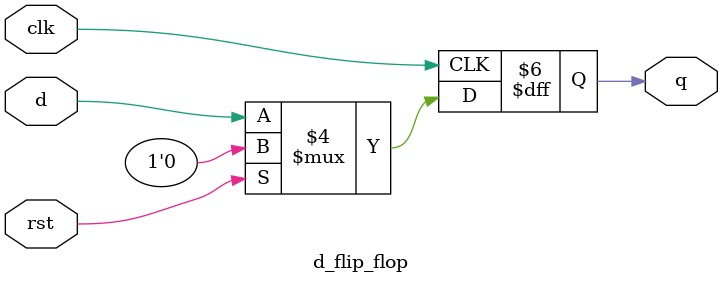
<source format=sv>
module d_flip_flop (
    /* input signals */
    input logic d,      // data line in
    input logic clk,    // clock signal
    input logic rst,    // clear/reset signal

    /* output signals */
    output reg q      // data line out
);

    initial begin // initial conditions
        q <= 1'b0;
    end
    always @(negedge clk) begin
        if(rst)
            q <= 1'b0;  // output 0 on reset signal
        else
            q <= d;     // output = input, non-blocking
    end

endmodule

</source>
